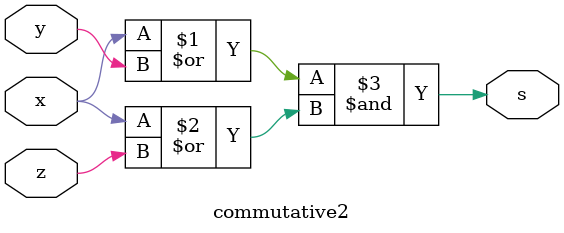
<source format=v>
module associative1(s, x, y, z);

output s;
input x, y, z;

assign s=(x|y)|z;

endmodule

module associative2(s, x, y, z);

output s;
input x, y, z;

assign s=x|(y|z);

endmodule

module commutative1(s, x, y, z);

output s;
input x, y, z;

assign s=x|(y&z);

endmodule

module commutative2(s, x, y, z);

output s;
input x, y, z;

assign s=(x|y)&(x|z);

endmodule

</source>
